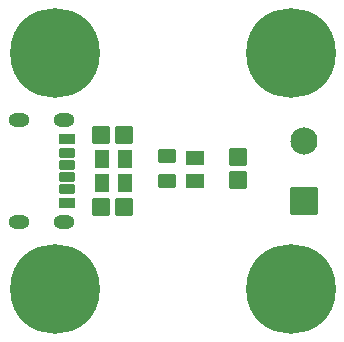
<source format=gts>
G04 Layer: TopSolderMaskLayer*
G04 EasyEDA Pro v2.2.37.3, 2025-03-15 19:37:20*
G04 Gerber Generator version 0.3*
G04 Scale: 100 percent, Rotated: No, Reflected: No*
G04 Dimensions in millimeters*
G04 Leading zeros omitted, absolute positions, 4 integers and 5 decimals*
%FSLAX45Y45*%
%MOMM*%
%AMRoundRect*1,1,$1,$2,$3*1,1,$1,$4,$5*1,1,$1,0-$2,0-$3*1,1,$1,0-$4,0-$5*20,1,$1,$2,$3,$4,$5,0*20,1,$1,$4,$5,0-$2,0-$3,0*20,1,$1,0-$2,0-$3,0-$4,0-$5,0*20,1,$1,0-$4,0-$5,$2,$3,0*4,1,4,$2,$3,$4,$5,0-$2,0-$3,0-$4,0-$5,$2,$3,0*%
%ADD10RoundRect,0.09495X0.70833X-0.67833X-0.70833X-0.67833*%
%ADD11RoundRect,0.09495X-0.67833X-0.70833X-0.67833X0.70833*%
%ADD12RoundRect,0.0973X-1.10215X-1.10215X-1.10215X1.10215*%
%ADD13C,2.3016*%
%ADD14RoundRect,0.09336X-0.70409X-0.50432X-0.70409X0.50432*%
%ADD15C,7.602*%
%ADD16RoundRect,0.09387X-0.69237X-0.57013X-0.69237X0.57013*%
%ADD17RoundRect,0.09387X0.57013X-0.69237X-0.57013X-0.69237*%
%ADD18RoundRect,0.09131X0.60514X0.40514X0.60514X-0.40514*%
%ADD19RoundRect,0.09017X0.60571X0.35571X0.60571X-0.35571*%
%ADD20O,1.802X1.202*%
G75*


G04 Pad Start*
G54D10*
G01X890001Y1800001D03*
G01X1090000Y1800001D03*
G01X890001Y1190000D03*
G01X1090000Y1190000D03*
G54D11*
G01X2050001Y1620001D03*
G01X2050001Y1420001D03*
G54D12*
G01X2610000Y1246000D03*
G54D13*
G01X2610000Y1754000D03*
G54D14*
G01X1450001Y1625030D03*
G01X1450001Y1414972D03*
G54D15*
G01X500000Y500000D03*
G01X2500000Y500000D03*
G01X2500000Y2500000D03*
G01X500000Y2500000D03*
G54D16*
G01X1690001Y1610001D03*
G01X1690001Y1410001D03*
G54D17*
G01X899998Y1399997D03*
G01X1099998Y1399997D03*
G01X899998Y1599997D03*
G01X1099998Y1599997D03*
G54D18*
G01X602501Y1769986D03*
G54D19*
G01X602501Y1649997D03*
G01X602501Y1549997D03*
G01X602501Y1449997D03*
G01X602501Y1349997D03*
G54D18*
G01X602501Y1230008D03*
G54D20*
G01X197498Y1068007D03*
G01X197498Y1931988D03*
G01X577507Y1068007D03*
G01X577507Y1931988D03*
G04 Pad End*

M02*


</source>
